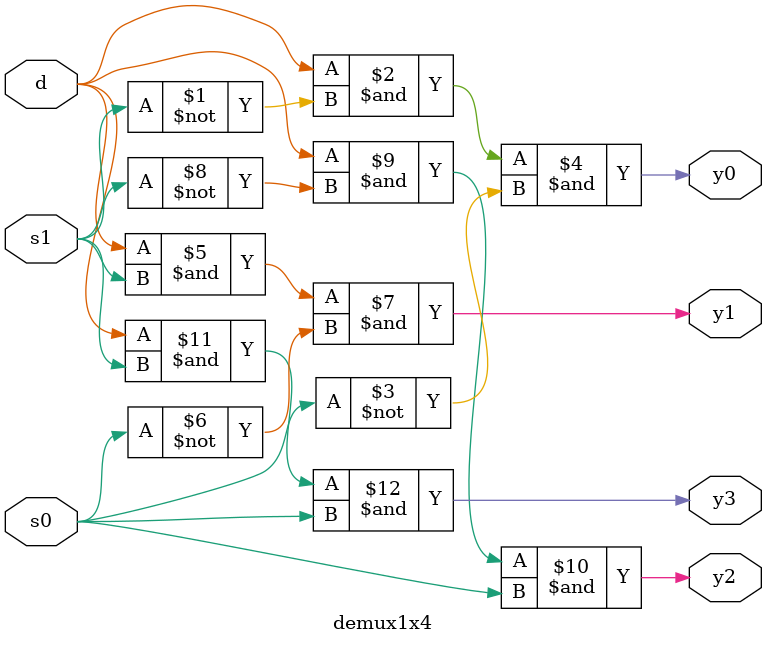
<source format=v>
`timescale 1ns / 1ps

module demux1x4 ( input   d,
                  input   s0,
                  input   s1,
                  output  y0,
                  output  y1,
                  output  y2,
                  output  y3);
                  
    assign y0 = d & ~s1 & ~s0;
    assign y1 = d & s1 &  ~s0;
    assign y2 = d &  ~s1 & s0;
    assign y3 = d &  s1 &  s0;
endmodule

</source>
